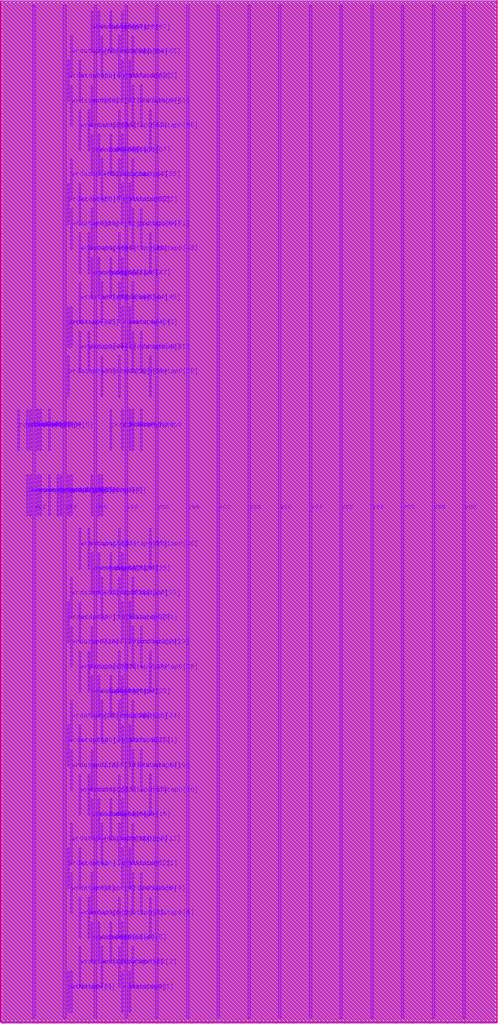
<source format=lef>
VERSION 5.8 ;
BUSBITCHARS "[]" ;
DIVIDERCHAR "/" ;

UNITS
  DATABASE MICRONS 4000 ;
END UNITS

MANUFACTURINGGRID 0.0005 ;

MACRO arf066b064e1r1w0cbbehsaa4acw
  CLASS BLOCK ;
  ORIGIN 0 0 ;
  FOREIGN arf066b064e1r1w0cbbehsaa4acw 0 0 ;
  SIZE 14.4 BY 29.76 ;
  PIN ckrdp0
    DIRECTION INPUT ;
    USE SIGNAL ;
    PORT
      LAYER m7 ;
        RECT 3.128 16.68 3.172 17.88 ;
    END
  END ckrdp0
  PIN ckwrp0
    DIRECTION INPUT ;
    USE SIGNAL ;
    PORT
      LAYER m7 ;
        RECT 0.684 14.76 0.728 15.96 ;
    END
  END ckwrp0
  PIN rdaddrp0[0]
    DIRECTION INPUT ;
    USE SIGNAL ;
    PORT
      LAYER m7 ;
        RECT 0.428 16.68 0.472 17.88 ;
    END
  END rdaddrp0[0]
  PIN rdaddrp0[1]
    DIRECTION INPUT ;
    USE SIGNAL ;
    PORT
      LAYER m7 ;
        RECT 0.684 16.68 0.728 17.88 ;
    END
  END rdaddrp0[1]
  PIN rdaddrp0[2]
    DIRECTION INPUT ;
    USE SIGNAL ;
    PORT
      LAYER m7 ;
        RECT 0.772 16.68 0.816 17.88 ;
    END
  END rdaddrp0[2]
  PIN rdaddrp0[3]
    DIRECTION INPUT ;
    USE SIGNAL ;
    PORT
      LAYER m7 ;
        RECT 0.984 16.68 1.028 17.88 ;
    END
  END rdaddrp0[3]
  PIN rdaddrp0[4]
    DIRECTION INPUT ;
    USE SIGNAL ;
    PORT
      LAYER m7 ;
        RECT 1.072 16.68 1.116 17.88 ;
    END
  END rdaddrp0[4]
  PIN rdaddrp0[5]
    DIRECTION INPUT ;
    USE SIGNAL ;
    PORT
      LAYER m7 ;
        RECT 1.328 16.68 1.372 17.88 ;
    END
  END rdaddrp0[5]
  PIN rdaddrp0_fd
    DIRECTION INPUT ;
    USE SIGNAL ;
    PORT
      LAYER m7 ;
        RECT 3.472 16.68 3.516 17.88 ;
    END
  END rdaddrp0_fd
  PIN rdaddrp0_rd
    DIRECTION INPUT ;
    USE SIGNAL ;
    PORT
      LAYER m7 ;
        RECT 3.684 16.68 3.728 17.88 ;
    END
  END rdaddrp0_rd
  PIN rddatap0[0]
    DIRECTION OUTPUT ;
    USE SIGNAL ;
    PORT
      LAYER m7 ;
        RECT 3.472 0.24 3.516 1.44 ;
    END
  END rddatap0[0]
  PIN rddatap0[10]
    DIRECTION OUTPUT ;
    USE SIGNAL ;
    PORT
      LAYER m7 ;
        RECT 3.472 3.84 3.516 5.04 ;
    END
  END rddatap0[10]
  PIN rddatap0[11]
    DIRECTION OUTPUT ;
    USE SIGNAL ;
    PORT
      LAYER m7 ;
        RECT 3.684 3.84 3.728 5.04 ;
    END
  END rddatap0[11]
  PIN rddatap0[12]
    DIRECTION OUTPUT ;
    USE SIGNAL ;
    PORT
      LAYER m7 ;
        RECT 3.384 4.56 3.428 5.76 ;
    END
  END rddatap0[12]
  PIN rddatap0[13]
    DIRECTION OUTPUT ;
    USE SIGNAL ;
    PORT
      LAYER m7 ;
        RECT 3.772 4.56 3.816 5.76 ;
    END
  END rddatap0[13]
  PIN rddatap0[14]
    DIRECTION OUTPUT ;
    USE SIGNAL ;
    PORT
      LAYER m7 ;
        RECT 3.128 5.28 3.172 6.48 ;
    END
  END rddatap0[14]
  PIN rddatap0[15]
    DIRECTION OUTPUT ;
    USE SIGNAL ;
    PORT
      LAYER m7 ;
        RECT 3.472 5.28 3.516 6.48 ;
    END
  END rddatap0[15]
  PIN rddatap0[16]
    DIRECTION OUTPUT ;
    USE SIGNAL ;
    PORT
      LAYER m7 ;
        RECT 4.284 6 4.328 7.2 ;
    END
  END rddatap0[16]
  PIN rddatap0[17]
    DIRECTION OUTPUT ;
    USE SIGNAL ;
    PORT
      LAYER m7 ;
        RECT 3.384 6 3.428 7.2 ;
    END
  END rddatap0[17]
  PIN rddatap0[18]
    DIRECTION OUTPUT ;
    USE SIGNAL ;
    PORT
      LAYER m7 ;
        RECT 3.772 6.72 3.816 7.92 ;
    END
  END rddatap0[18]
  PIN rddatap0[19]
    DIRECTION OUTPUT ;
    USE SIGNAL ;
    PORT
      LAYER m7 ;
        RECT 4.028 6.72 4.072 7.92 ;
    END
  END rddatap0[19]
  PIN rddatap0[1]
    DIRECTION OUTPUT ;
    USE SIGNAL ;
    PORT
      LAYER m7 ;
        RECT 3.684 0.24 3.728 1.44 ;
    END
  END rddatap0[1]
  PIN rddatap0[20]
    DIRECTION OUTPUT ;
    USE SIGNAL ;
    PORT
      LAYER m7 ;
        RECT 3.472 7.44 3.516 8.64 ;
    END
  END rddatap0[20]
  PIN rddatap0[21]
    DIRECTION OUTPUT ;
    USE SIGNAL ;
    PORT
      LAYER m7 ;
        RECT 3.684 7.44 3.728 8.64 ;
    END
  END rddatap0[21]
  PIN rddatap0[22]
    DIRECTION OUTPUT ;
    USE SIGNAL ;
    PORT
      LAYER m7 ;
        RECT 3.384 8.16 3.428 9.36 ;
    END
  END rddatap0[22]
  PIN rddatap0[23]
    DIRECTION OUTPUT ;
    USE SIGNAL ;
    PORT
      LAYER m7 ;
        RECT 3.772 8.16 3.816 9.36 ;
    END
  END rddatap0[23]
  PIN rddatap0[24]
    DIRECTION OUTPUT ;
    USE SIGNAL ;
    PORT
      LAYER m7 ;
        RECT 3.128 8.88 3.172 10.08 ;
    END
  END rddatap0[24]
  PIN rddatap0[25]
    DIRECTION OUTPUT ;
    USE SIGNAL ;
    PORT
      LAYER m7 ;
        RECT 3.472 8.88 3.516 10.08 ;
    END
  END rddatap0[25]
  PIN rddatap0[26]
    DIRECTION OUTPUT ;
    USE SIGNAL ;
    PORT
      LAYER m7 ;
        RECT 4.284 9.6 4.328 10.8 ;
    END
  END rddatap0[26]
  PIN rddatap0[27]
    DIRECTION OUTPUT ;
    USE SIGNAL ;
    PORT
      LAYER m7 ;
        RECT 3.384 9.6 3.428 10.8 ;
    END
  END rddatap0[27]
  PIN rddatap0[28]
    DIRECTION OUTPUT ;
    USE SIGNAL ;
    PORT
      LAYER m7 ;
        RECT 3.772 10.32 3.816 11.52 ;
    END
  END rddatap0[28]
  PIN rddatap0[29]
    DIRECTION OUTPUT ;
    USE SIGNAL ;
    PORT
      LAYER m7 ;
        RECT 4.028 10.32 4.072 11.52 ;
    END
  END rddatap0[29]
  PIN rddatap0[2]
    DIRECTION OUTPUT ;
    USE SIGNAL ;
    PORT
      LAYER m7 ;
        RECT 3.384 0.96 3.428 2.16 ;
    END
  END rddatap0[2]
  PIN rddatap0[30]
    DIRECTION OUTPUT ;
    USE SIGNAL ;
    PORT
      LAYER m7 ;
        RECT 3.472 11.04 3.516 12.24 ;
    END
  END rddatap0[30]
  PIN rddatap0[31]
    DIRECTION OUTPUT ;
    USE SIGNAL ;
    PORT
      LAYER m7 ;
        RECT 3.684 11.04 3.728 12.24 ;
    END
  END rddatap0[31]
  PIN rddatap0[32]
    DIRECTION OUTPUT ;
    USE SIGNAL ;
    PORT
      LAYER m7 ;
        RECT 3.384 11.76 3.428 12.96 ;
    END
  END rddatap0[32]
  PIN rddatap0[33]
    DIRECTION OUTPUT ;
    USE SIGNAL ;
    PORT
      LAYER m7 ;
        RECT 3.772 11.76 3.816 12.96 ;
    END
  END rddatap0[33]
  PIN rddatap0[34]
    DIRECTION OUTPUT ;
    USE SIGNAL ;
    PORT
      LAYER m7 ;
        RECT 3.128 12.48 3.172 13.68 ;
    END
  END rddatap0[34]
  PIN rddatap0[35]
    DIRECTION OUTPUT ;
    USE SIGNAL ;
    PORT
      LAYER m7 ;
        RECT 3.472 12.48 3.516 13.68 ;
    END
  END rddatap0[35]
  PIN rddatap0[36]
    DIRECTION OUTPUT ;
    USE SIGNAL ;
    PORT
      LAYER m7 ;
        RECT 4.284 13.2 4.328 14.4 ;
    END
  END rddatap0[36]
  PIN rddatap0[37]
    DIRECTION OUTPUT ;
    USE SIGNAL ;
    PORT
      LAYER m7 ;
        RECT 3.384 13.2 3.428 14.4 ;
    END
  END rddatap0[37]
  PIN rddatap0[38]
    DIRECTION OUTPUT ;
    USE SIGNAL ;
    PORT
      LAYER m7 ;
        RECT 4.284 18.24 4.328 19.44 ;
    END
  END rddatap0[38]
  PIN rddatap0[39]
    DIRECTION OUTPUT ;
    USE SIGNAL ;
    PORT
      LAYER m7 ;
        RECT 3.384 18.24 3.428 19.44 ;
    END
  END rddatap0[39]
  PIN rddatap0[3]
    DIRECTION OUTPUT ;
    USE SIGNAL ;
    PORT
      LAYER m7 ;
        RECT 3.772 0.96 3.816 2.16 ;
    END
  END rddatap0[3]
  PIN rddatap0[40]
    DIRECTION OUTPUT ;
    USE SIGNAL ;
    PORT
      LAYER m7 ;
        RECT 3.772 18.96 3.816 20.16 ;
    END
  END rddatap0[40]
  PIN rddatap0[41]
    DIRECTION OUTPUT ;
    USE SIGNAL ;
    PORT
      LAYER m7 ;
        RECT 4.028 18.96 4.072 20.16 ;
    END
  END rddatap0[41]
  PIN rddatap0[42]
    DIRECTION OUTPUT ;
    USE SIGNAL ;
    PORT
      LAYER m7 ;
        RECT 3.472 19.68 3.516 20.88 ;
    END
  END rddatap0[42]
  PIN rddatap0[43]
    DIRECTION OUTPUT ;
    USE SIGNAL ;
    PORT
      LAYER m7 ;
        RECT 3.684 19.68 3.728 20.88 ;
    END
  END rddatap0[43]
  PIN rddatap0[44]
    DIRECTION OUTPUT ;
    USE SIGNAL ;
    PORT
      LAYER m7 ;
        RECT 3.384 20.4 3.428 21.6 ;
    END
  END rddatap0[44]
  PIN rddatap0[45]
    DIRECTION OUTPUT ;
    USE SIGNAL ;
    PORT
      LAYER m7 ;
        RECT 3.772 20.4 3.816 21.6 ;
    END
  END rddatap0[45]
  PIN rddatap0[46]
    DIRECTION OUTPUT ;
    USE SIGNAL ;
    PORT
      LAYER m7 ;
        RECT 3.128 21.12 3.172 22.32 ;
    END
  END rddatap0[46]
  PIN rddatap0[47]
    DIRECTION OUTPUT ;
    USE SIGNAL ;
    PORT
      LAYER m7 ;
        RECT 3.472 21.12 3.516 22.32 ;
    END
  END rddatap0[47]
  PIN rddatap0[48]
    DIRECTION OUTPUT ;
    USE SIGNAL ;
    PORT
      LAYER m7 ;
        RECT 4.284 21.84 4.328 23.04 ;
    END
  END rddatap0[48]
  PIN rddatap0[49]
    DIRECTION OUTPUT ;
    USE SIGNAL ;
    PORT
      LAYER m7 ;
        RECT 3.384 21.84 3.428 23.04 ;
    END
  END rddatap0[49]
  PIN rddatap0[4]
    DIRECTION OUTPUT ;
    USE SIGNAL ;
    PORT
      LAYER m7 ;
        RECT 3.128 1.68 3.172 2.88 ;
    END
  END rddatap0[4]
  PIN rddatap0[50]
    DIRECTION OUTPUT ;
    USE SIGNAL ;
    PORT
      LAYER m7 ;
        RECT 3.772 22.56 3.816 23.76 ;
    END
  END rddatap0[50]
  PIN rddatap0[51]
    DIRECTION OUTPUT ;
    USE SIGNAL ;
    PORT
      LAYER m7 ;
        RECT 4.028 22.56 4.072 23.76 ;
    END
  END rddatap0[51]
  PIN rddatap0[52]
    DIRECTION OUTPUT ;
    USE SIGNAL ;
    PORT
      LAYER m7 ;
        RECT 3.472 23.28 3.516 24.48 ;
    END
  END rddatap0[52]
  PIN rddatap0[53]
    DIRECTION OUTPUT ;
    USE SIGNAL ;
    PORT
      LAYER m7 ;
        RECT 3.684 23.28 3.728 24.48 ;
    END
  END rddatap0[53]
  PIN rddatap0[54]
    DIRECTION OUTPUT ;
    USE SIGNAL ;
    PORT
      LAYER m7 ;
        RECT 3.384 24 3.428 25.2 ;
    END
  END rddatap0[54]
  PIN rddatap0[55]
    DIRECTION OUTPUT ;
    USE SIGNAL ;
    PORT
      LAYER m7 ;
        RECT 3.772 24 3.816 25.2 ;
    END
  END rddatap0[55]
  PIN rddatap0[56]
    DIRECTION OUTPUT ;
    USE SIGNAL ;
    PORT
      LAYER m7 ;
        RECT 3.128 24.72 3.172 25.92 ;
    END
  END rddatap0[56]
  PIN rddatap0[57]
    DIRECTION OUTPUT ;
    USE SIGNAL ;
    PORT
      LAYER m7 ;
        RECT 3.472 24.72 3.516 25.92 ;
    END
  END rddatap0[57]
  PIN rddatap0[58]
    DIRECTION OUTPUT ;
    USE SIGNAL ;
    PORT
      LAYER m7 ;
        RECT 4.284 25.44 4.328 26.64 ;
    END
  END rddatap0[58]
  PIN rddatap0[59]
    DIRECTION OUTPUT ;
    USE SIGNAL ;
    PORT
      LAYER m7 ;
        RECT 3.384 25.44 3.428 26.64 ;
    END
  END rddatap0[59]
  PIN rddatap0[5]
    DIRECTION OUTPUT ;
    USE SIGNAL ;
    PORT
      LAYER m7 ;
        RECT 3.472 1.68 3.516 2.88 ;
    END
  END rddatap0[5]
  PIN rddatap0[60]
    DIRECTION OUTPUT ;
    USE SIGNAL ;
    PORT
      LAYER m7 ;
        RECT 3.772 26.16 3.816 27.36 ;
    END
  END rddatap0[60]
  PIN rddatap0[61]
    DIRECTION OUTPUT ;
    USE SIGNAL ;
    PORT
      LAYER m7 ;
        RECT 4.028 26.16 4.072 27.36 ;
    END
  END rddatap0[61]
  PIN rddatap0[62]
    DIRECTION OUTPUT ;
    USE SIGNAL ;
    PORT
      LAYER m7 ;
        RECT 3.472 26.88 3.516 28.08 ;
    END
  END rddatap0[62]
  PIN rddatap0[63]
    DIRECTION OUTPUT ;
    USE SIGNAL ;
    PORT
      LAYER m7 ;
        RECT 3.684 26.88 3.728 28.08 ;
    END
  END rddatap0[63]
  PIN rddatap0[64]
    DIRECTION OUTPUT ;
    USE SIGNAL ;
    PORT
      LAYER m7 ;
        RECT 3.384 27.6 3.428 28.8 ;
    END
  END rddatap0[64]
  PIN rddatap0[65]
    DIRECTION OUTPUT ;
    USE SIGNAL ;
    PORT
      LAYER m7 ;
        RECT 3.772 27.6 3.816 28.8 ;
    END
  END rddatap0[65]
  PIN rddatap0[66]
    DIRECTION OUTPUT ;
    USE SIGNAL ;
    PORT
      LAYER m7 ;
        RECT 3.128 28.32 3.172 29.52 ;
    END
  END rddatap0[66]
  PIN rddatap0[67]
    DIRECTION OUTPUT ;
    USE SIGNAL ;
    PORT
      LAYER m7 ;
        RECT 3.472 28.32 3.516 29.52 ;
    END
  END rddatap0[67]
  PIN rddatap0[6]
    DIRECTION OUTPUT ;
    USE SIGNAL ;
    PORT
      LAYER m7 ;
        RECT 4.284 2.4 4.328 3.6 ;
    END
  END rddatap0[6]
  PIN rddatap0[7]
    DIRECTION OUTPUT ;
    USE SIGNAL ;
    PORT
      LAYER m7 ;
        RECT 3.384 2.4 3.428 3.6 ;
    END
  END rddatap0[7]
  PIN rddatap0[8]
    DIRECTION OUTPUT ;
    USE SIGNAL ;
    PORT
      LAYER m7 ;
        RECT 3.772 3.12 3.816 4.32 ;
    END
  END rddatap0[8]
  PIN rddatap0[9]
    DIRECTION OUTPUT ;
    USE SIGNAL ;
    PORT
      LAYER m7 ;
        RECT 4.028 3.12 4.072 4.32 ;
    END
  END rddatap0[9]
  PIN rdenp0
    DIRECTION INPUT ;
    USE SIGNAL ;
    PORT
      LAYER m7 ;
        RECT 3.772 16.68 3.816 17.88 ;
    END
  END rdenp0
  PIN sdl_initp0
    DIRECTION INPUT ;
    USE SIGNAL ;
    PORT
      LAYER m7 ;
        RECT 4.028 16.68 4.072 17.88 ;
    END
  END sdl_initp0
  PIN vcc
    DIRECTION INPUT ;
    USE POWER ;
    PORT
      LAYER m7 ;
        RECT 13.462 0.06 13.538 29.7 ;
    END
    PORT
      LAYER m7 ;
        RECT 11.662 0.06 11.738 29.7 ;
    END
    PORT
      LAYER m7 ;
        RECT 9.862 0.06 9.938 29.7 ;
    END
    PORT
      LAYER m7 ;
        RECT 8.062 0.06 8.138 29.7 ;
    END
    PORT
      LAYER m7 ;
        RECT 6.262 0.06 6.338 29.7 ;
    END
    PORT
      LAYER m7 ;
        RECT 4.462 0.06 4.538 29.7 ;
    END
    PORT
      LAYER m7 ;
        RECT 2.662 0.06 2.738 29.7 ;
    END
    PORT
      LAYER m7 ;
        RECT 0.862 0.06 0.938 29.7 ;
    END
  END vcc
  PIN vss
    DIRECTION INOUT ;
    USE GROUND ;
    PORT
      LAYER m7 ;
        RECT 12.562 0.06 12.638 29.7 ;
    END
    PORT
      LAYER m7 ;
        RECT 10.762 0.06 10.838 29.7 ;
    END
    PORT
      LAYER m7 ;
        RECT 8.962 0.06 9.038 29.7 ;
    END
    PORT
      LAYER m7 ;
        RECT 7.162 0.06 7.238 29.7 ;
    END
    PORT
      LAYER m7 ;
        RECT 5.362 0.06 5.438 29.7 ;
    END
    PORT
      LAYER m7 ;
        RECT 3.562 0.06 3.638 29.7 ;
    END
    PORT
      LAYER m7 ;
        RECT 1.762 0.06 1.838 29.7 ;
    END
  END vss
  PIN wraddrp0[0]
    DIRECTION INPUT ;
    USE SIGNAL ;
    PORT
      LAYER m7 ;
        RECT 1.672 14.76 1.716 15.96 ;
    END
  END wraddrp0[0]
  PIN wraddrp0[1]
    DIRECTION INPUT ;
    USE SIGNAL ;
    PORT
      LAYER m7 ;
        RECT 1.884 14.76 1.928 15.96 ;
    END
  END wraddrp0[1]
  PIN wraddrp0[2]
    DIRECTION INPUT ;
    USE SIGNAL ;
    PORT
      LAYER m7 ;
        RECT 1.972 14.76 2.016 15.96 ;
    END
  END wraddrp0[2]
  PIN wraddrp0[3]
    DIRECTION INPUT ;
    USE SIGNAL ;
    PORT
      LAYER m7 ;
        RECT 2.572 14.76 2.616 15.96 ;
    END
  END wraddrp0[3]
  PIN wraddrp0[4]
    DIRECTION INPUT ;
    USE SIGNAL ;
    PORT
      LAYER m7 ;
        RECT 2.784 14.76 2.828 15.96 ;
    END
  END wraddrp0[4]
  PIN wraddrp0[5]
    DIRECTION INPUT ;
    USE SIGNAL ;
    PORT
      LAYER m7 ;
        RECT 2.872 14.76 2.916 15.96 ;
    END
  END wraddrp0[5]
  PIN wraddrp0_fd
    DIRECTION INPUT ;
    USE SIGNAL ;
    PORT
      LAYER m7 ;
        RECT 0.772 14.76 0.816 15.96 ;
    END
  END wraddrp0_fd
  PIN wraddrp0_rd
    DIRECTION INPUT ;
    USE SIGNAL ;
    PORT
      LAYER m7 ;
        RECT 0.984 14.76 1.028 15.96 ;
    END
  END wraddrp0_rd
  PIN wrdatap0[0]
    DIRECTION INPUT ;
    USE SIGNAL ;
    PORT
      LAYER m7 ;
        RECT 1.884 0.24 1.928 1.44 ;
    END
  END wrdatap0[0]
  PIN wrdatap0[10]
    DIRECTION INPUT ;
    USE SIGNAL ;
    PORT
      LAYER m7 ;
        RECT 1.884 3.84 1.928 5.04 ;
    END
  END wrdatap0[10]
  PIN wrdatap0[11]
    DIRECTION INPUT ;
    USE SIGNAL ;
    PORT
      LAYER m7 ;
        RECT 2.228 3.84 2.272 5.04 ;
    END
  END wrdatap0[11]
  PIN wrdatap0[12]
    DIRECTION INPUT ;
    USE SIGNAL ;
    PORT
      LAYER m7 ;
        RECT 2.872 4.56 2.916 5.76 ;
    END
  END wrdatap0[12]
  PIN wrdatap0[13]
    DIRECTION INPUT ;
    USE SIGNAL ;
    PORT
      LAYER m7 ;
        RECT 1.972 4.56 2.016 5.76 ;
    END
  END wrdatap0[13]
  PIN wrdatap0[14]
    DIRECTION INPUT ;
    USE SIGNAL ;
    PORT
      LAYER m7 ;
        RECT 2.572 5.28 2.616 6.48 ;
    END
  END wrdatap0[14]
  PIN wrdatap0[15]
    DIRECTION INPUT ;
    USE SIGNAL ;
    PORT
      LAYER m7 ;
        RECT 2.784 5.28 2.828 6.48 ;
    END
  END wrdatap0[15]
  PIN wrdatap0[16]
    DIRECTION INPUT ;
    USE SIGNAL ;
    PORT
      LAYER m7 ;
        RECT 2.228 6 2.272 7.2 ;
    END
  END wrdatap0[16]
  PIN wrdatap0[17]
    DIRECTION INPUT ;
    USE SIGNAL ;
    PORT
      LAYER m7 ;
        RECT 2.484 6 2.528 7.2 ;
    END
  END wrdatap0[17]
  PIN wrdatap0[18]
    DIRECTION INPUT ;
    USE SIGNAL ;
    PORT
      LAYER m7 ;
        RECT 1.972 6.72 2.016 7.92 ;
    END
  END wrdatap0[18]
  PIN wrdatap0[19]
    DIRECTION INPUT ;
    USE SIGNAL ;
    PORT
      LAYER m7 ;
        RECT 2.572 6.72 2.616 7.92 ;
    END
  END wrdatap0[19]
  PIN wrdatap0[1]
    DIRECTION INPUT ;
    USE SIGNAL ;
    PORT
      LAYER m7 ;
        RECT 1.972 0.24 2.016 1.44 ;
    END
  END wrdatap0[1]
  PIN wrdatap0[20]
    DIRECTION INPUT ;
    USE SIGNAL ;
    PORT
      LAYER m7 ;
        RECT 1.884 7.44 1.928 8.64 ;
    END
  END wrdatap0[20]
  PIN wrdatap0[21]
    DIRECTION INPUT ;
    USE SIGNAL ;
    PORT
      LAYER m7 ;
        RECT 2.228 7.44 2.272 8.64 ;
    END
  END wrdatap0[21]
  PIN wrdatap0[22]
    DIRECTION INPUT ;
    USE SIGNAL ;
    PORT
      LAYER m7 ;
        RECT 2.872 8.16 2.916 9.36 ;
    END
  END wrdatap0[22]
  PIN wrdatap0[23]
    DIRECTION INPUT ;
    USE SIGNAL ;
    PORT
      LAYER m7 ;
        RECT 1.972 8.16 2.016 9.36 ;
    END
  END wrdatap0[23]
  PIN wrdatap0[24]
    DIRECTION INPUT ;
    USE SIGNAL ;
    PORT
      LAYER m7 ;
        RECT 2.572 8.88 2.616 10.08 ;
    END
  END wrdatap0[24]
  PIN wrdatap0[25]
    DIRECTION INPUT ;
    USE SIGNAL ;
    PORT
      LAYER m7 ;
        RECT 2.784 8.88 2.828 10.08 ;
    END
  END wrdatap0[25]
  PIN wrdatap0[26]
    DIRECTION INPUT ;
    USE SIGNAL ;
    PORT
      LAYER m7 ;
        RECT 2.228 9.6 2.272 10.8 ;
    END
  END wrdatap0[26]
  PIN wrdatap0[27]
    DIRECTION INPUT ;
    USE SIGNAL ;
    PORT
      LAYER m7 ;
        RECT 2.484 9.6 2.528 10.8 ;
    END
  END wrdatap0[27]
  PIN wrdatap0[28]
    DIRECTION INPUT ;
    USE SIGNAL ;
    PORT
      LAYER m7 ;
        RECT 1.972 10.32 2.016 11.52 ;
    END
  END wrdatap0[28]
  PIN wrdatap0[29]
    DIRECTION INPUT ;
    USE SIGNAL ;
    PORT
      LAYER m7 ;
        RECT 2.572 10.32 2.616 11.52 ;
    END
  END wrdatap0[29]
  PIN wrdatap0[2]
    DIRECTION INPUT ;
    USE SIGNAL ;
    PORT
      LAYER m7 ;
        RECT 2.872 0.96 2.916 2.16 ;
    END
  END wrdatap0[2]
  PIN wrdatap0[30]
    DIRECTION INPUT ;
    USE SIGNAL ;
    PORT
      LAYER m7 ;
        RECT 1.884 11.04 1.928 12.24 ;
    END
  END wrdatap0[30]
  PIN wrdatap0[31]
    DIRECTION INPUT ;
    USE SIGNAL ;
    PORT
      LAYER m7 ;
        RECT 2.228 11.04 2.272 12.24 ;
    END
  END wrdatap0[31]
  PIN wrdatap0[32]
    DIRECTION INPUT ;
    USE SIGNAL ;
    PORT
      LAYER m7 ;
        RECT 2.872 11.76 2.916 12.96 ;
    END
  END wrdatap0[32]
  PIN wrdatap0[33]
    DIRECTION INPUT ;
    USE SIGNAL ;
    PORT
      LAYER m7 ;
        RECT 1.972 11.76 2.016 12.96 ;
    END
  END wrdatap0[33]
  PIN wrdatap0[34]
    DIRECTION INPUT ;
    USE SIGNAL ;
    PORT
      LAYER m7 ;
        RECT 2.572 12.48 2.616 13.68 ;
    END
  END wrdatap0[34]
  PIN wrdatap0[35]
    DIRECTION INPUT ;
    USE SIGNAL ;
    PORT
      LAYER m7 ;
        RECT 2.784 12.48 2.828 13.68 ;
    END
  END wrdatap0[35]
  PIN wrdatap0[36]
    DIRECTION INPUT ;
    USE SIGNAL ;
    PORT
      LAYER m7 ;
        RECT 2.228 13.2 2.272 14.4 ;
    END
  END wrdatap0[36]
  PIN wrdatap0[37]
    DIRECTION INPUT ;
    USE SIGNAL ;
    PORT
      LAYER m7 ;
        RECT 2.484 13.2 2.528 14.4 ;
    END
  END wrdatap0[37]
  PIN wrdatap0[38]
    DIRECTION INPUT ;
    USE SIGNAL ;
    PORT
      LAYER m7 ;
        RECT 2.872 18.24 2.916 19.44 ;
    END
  END wrdatap0[38]
  PIN wrdatap0[39]
    DIRECTION INPUT ;
    USE SIGNAL ;
    PORT
      LAYER m7 ;
        RECT 1.884 18.24 1.928 19.44 ;
    END
  END wrdatap0[39]
  PIN wrdatap0[3]
    DIRECTION INPUT ;
    USE SIGNAL ;
    PORT
      LAYER m7 ;
        RECT 2.228 0.96 2.272 2.16 ;
    END
  END wrdatap0[3]
  PIN wrdatap0[40]
    DIRECTION INPUT ;
    USE SIGNAL ;
    PORT
      LAYER m7 ;
        RECT 2.228 18.96 2.272 20.16 ;
    END
  END wrdatap0[40]
  PIN wrdatap0[41]
    DIRECTION INPUT ;
    USE SIGNAL ;
    PORT
      LAYER m7 ;
        RECT 2.484 18.96 2.528 20.16 ;
    END
  END wrdatap0[41]
  PIN wrdatap0[42]
    DIRECTION INPUT ;
    USE SIGNAL ;
    PORT
      LAYER m7 ;
        RECT 1.884 19.68 1.928 20.88 ;
    END
  END wrdatap0[42]
  PIN wrdatap0[43]
    DIRECTION INPUT ;
    USE SIGNAL ;
    PORT
      LAYER m7 ;
        RECT 1.972 19.68 2.016 20.88 ;
    END
  END wrdatap0[43]
  PIN wrdatap0[44]
    DIRECTION INPUT ;
    USE SIGNAL ;
    PORT
      LAYER m7 ;
        RECT 2.872 20.4 2.916 21.6 ;
    END
  END wrdatap0[44]
  PIN wrdatap0[45]
    DIRECTION INPUT ;
    USE SIGNAL ;
    PORT
      LAYER m7 ;
        RECT 2.228 20.4 2.272 21.6 ;
    END
  END wrdatap0[45]
  PIN wrdatap0[46]
    DIRECTION INPUT ;
    USE SIGNAL ;
    PORT
      LAYER m7 ;
        RECT 2.572 21.12 2.616 22.32 ;
    END
  END wrdatap0[46]
  PIN wrdatap0[47]
    DIRECTION INPUT ;
    USE SIGNAL ;
    PORT
      LAYER m7 ;
        RECT 2.784 21.12 2.828 22.32 ;
    END
  END wrdatap0[47]
  PIN wrdatap0[48]
    DIRECTION INPUT ;
    USE SIGNAL ;
    PORT
      LAYER m7 ;
        RECT 2.228 21.84 2.272 23.04 ;
    END
  END wrdatap0[48]
  PIN wrdatap0[49]
    DIRECTION INPUT ;
    USE SIGNAL ;
    PORT
      LAYER m7 ;
        RECT 2.484 21.84 2.528 23.04 ;
    END
  END wrdatap0[49]
  PIN wrdatap0[4]
    DIRECTION INPUT ;
    USE SIGNAL ;
    PORT
      LAYER m7 ;
        RECT 2.572 1.68 2.616 2.88 ;
    END
  END wrdatap0[4]
  PIN wrdatap0[50]
    DIRECTION INPUT ;
    USE SIGNAL ;
    PORT
      LAYER m7 ;
        RECT 1.972 22.56 2.016 23.76 ;
    END
  END wrdatap0[50]
  PIN wrdatap0[51]
    DIRECTION INPUT ;
    USE SIGNAL ;
    PORT
      LAYER m7 ;
        RECT 2.572 22.56 2.616 23.76 ;
    END
  END wrdatap0[51]
  PIN wrdatap0[52]
    DIRECTION INPUT ;
    USE SIGNAL ;
    PORT
      LAYER m7 ;
        RECT 1.884 23.28 1.928 24.48 ;
    END
  END wrdatap0[52]
  PIN wrdatap0[53]
    DIRECTION INPUT ;
    USE SIGNAL ;
    PORT
      LAYER m7 ;
        RECT 2.228 23.28 2.272 24.48 ;
    END
  END wrdatap0[53]
  PIN wrdatap0[54]
    DIRECTION INPUT ;
    USE SIGNAL ;
    PORT
      LAYER m7 ;
        RECT 2.872 24 2.916 25.2 ;
    END
  END wrdatap0[54]
  PIN wrdatap0[55]
    DIRECTION INPUT ;
    USE SIGNAL ;
    PORT
      LAYER m7 ;
        RECT 1.972 24 2.016 25.2 ;
    END
  END wrdatap0[55]
  PIN wrdatap0[56]
    DIRECTION INPUT ;
    USE SIGNAL ;
    PORT
      LAYER m7 ;
        RECT 2.572 24.72 2.616 25.92 ;
    END
  END wrdatap0[56]
  PIN wrdatap0[57]
    DIRECTION INPUT ;
    USE SIGNAL ;
    PORT
      LAYER m7 ;
        RECT 2.784 24.72 2.828 25.92 ;
    END
  END wrdatap0[57]
  PIN wrdatap0[58]
    DIRECTION INPUT ;
    USE SIGNAL ;
    PORT
      LAYER m7 ;
        RECT 2.228 25.44 2.272 26.64 ;
    END
  END wrdatap0[58]
  PIN wrdatap0[59]
    DIRECTION INPUT ;
    USE SIGNAL ;
    PORT
      LAYER m7 ;
        RECT 2.484 25.44 2.528 26.64 ;
    END
  END wrdatap0[59]
  PIN wrdatap0[5]
    DIRECTION INPUT ;
    USE SIGNAL ;
    PORT
      LAYER m7 ;
        RECT 2.784 1.68 2.828 2.88 ;
    END
  END wrdatap0[5]
  PIN wrdatap0[60]
    DIRECTION INPUT ;
    USE SIGNAL ;
    PORT
      LAYER m7 ;
        RECT 1.972 26.16 2.016 27.36 ;
    END
  END wrdatap0[60]
  PIN wrdatap0[61]
    DIRECTION INPUT ;
    USE SIGNAL ;
    PORT
      LAYER m7 ;
        RECT 2.572 26.16 2.616 27.36 ;
    END
  END wrdatap0[61]
  PIN wrdatap0[62]
    DIRECTION INPUT ;
    USE SIGNAL ;
    PORT
      LAYER m7 ;
        RECT 1.884 26.88 1.928 28.08 ;
    END
  END wrdatap0[62]
  PIN wrdatap0[63]
    DIRECTION INPUT ;
    USE SIGNAL ;
    PORT
      LAYER m7 ;
        RECT 2.228 26.88 2.272 28.08 ;
    END
  END wrdatap0[63]
  PIN wrdatap0[64]
    DIRECTION INPUT ;
    USE SIGNAL ;
    PORT
      LAYER m7 ;
        RECT 2.872 27.6 2.916 28.8 ;
    END
  END wrdatap0[64]
  PIN wrdatap0[65]
    DIRECTION INPUT ;
    USE SIGNAL ;
    PORT
      LAYER m7 ;
        RECT 1.972 27.6 2.016 28.8 ;
    END
  END wrdatap0[65]
  PIN wrdatap0[66]
    DIRECTION INPUT ;
    USE SIGNAL ;
    PORT
      LAYER m7 ;
        RECT 2.572 28.32 2.616 29.52 ;
    END
  END wrdatap0[66]
  PIN wrdatap0[67]
    DIRECTION INPUT ;
    USE SIGNAL ;
    PORT
      LAYER m7 ;
        RECT 2.784 28.32 2.828 29.52 ;
    END
  END wrdatap0[67]
  PIN wrdatap0[6]
    DIRECTION INPUT ;
    USE SIGNAL ;
    PORT
      LAYER m7 ;
        RECT 2.228 2.4 2.272 3.6 ;
    END
  END wrdatap0[6]
  PIN wrdatap0[7]
    DIRECTION INPUT ;
    USE SIGNAL ;
    PORT
      LAYER m7 ;
        RECT 2.484 2.4 2.528 3.6 ;
    END
  END wrdatap0[7]
  PIN wrdatap0[8]
    DIRECTION INPUT ;
    USE SIGNAL ;
    PORT
      LAYER m7 ;
        RECT 1.972 3.12 2.016 4.32 ;
    END
  END wrdatap0[8]
  PIN wrdatap0[9]
    DIRECTION INPUT ;
    USE SIGNAL ;
    PORT
      LAYER m7 ;
        RECT 2.572 3.12 2.616 4.32 ;
    END
  END wrdatap0[9]
  PIN wrdatap0_fd
    DIRECTION INPUT ;
    USE SIGNAL ;
    PORT
      LAYER m7 ;
        RECT 1.328 14.76 1.372 15.96 ;
    END
  END wrdatap0_fd
  PIN wrdatap0_rd
    DIRECTION INPUT ;
    USE SIGNAL ;
    PORT
      LAYER m7 ;
        RECT 1.584 14.76 1.628 15.96 ;
    END
  END wrdatap0_rd
  PIN wrenp0
    DIRECTION INPUT ;
    USE SIGNAL ;
    PORT
      LAYER m7 ;
        RECT 1.072 14.76 1.116 15.96 ;
    END
  END wrenp0
  OBS
    LAYER m0 SPACING 0 ;
      RECT 0 0 14.4 29.76 ;
    LAYER m1 SPACING 0 ;
      RECT 0 0 14.4 29.76 ;
    LAYER m2 SPACING 0 ;
      RECT -0.0705 -0.038 14.4705 29.798 ;
    LAYER m3 SPACING 0 ;
      RECT -0.035 -0.07 14.435 29.83 ;
    LAYER m4 SPACING 0 ;
      RECT -0.07 -0.038 14.47 29.798 ;
    LAYER m5 SPACING 0 ;
      RECT -0.059 -0.09 14.459 29.85 ;
    LAYER m6 SPACING 0 ;
      RECT -0.09 -0.062 14.49 29.822 ;
    LAYER m7 SPACING 0 ;
      RECT -0.092 -0.06 14.492 29.82 ;
  END
END arf066b064e1r1w0cbbehsaa4acw
END LIBRARY

</source>
